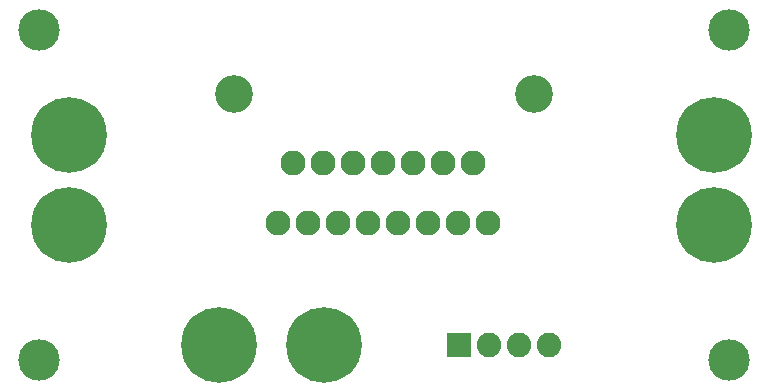
<source format=gbs>
G75*
%MOIN*%
%OFA0B0*%
%FSLAX24Y24*%
%IPPOS*%
%LPD*%
%AMOC8*
5,1,8,0,0,1.08239X$1,22.5*
%
%ADD10C,0.2520*%
%ADD11R,0.0820X0.0820*%
%ADD12C,0.0820*%
%ADD13C,0.0828*%
%ADD14C,0.1260*%
%ADD15C,0.1380*%
D10*
X007600Y002100D03*
X011100Y002100D03*
X002600Y006100D03*
X002600Y009100D03*
X024100Y009100D03*
X024100Y006100D03*
D11*
X015600Y002100D03*
D12*
X016600Y002100D03*
X017600Y002100D03*
X018600Y002100D03*
D13*
X016576Y006159D03*
X015576Y006159D03*
X014576Y006159D03*
X013576Y006159D03*
X012576Y006159D03*
X011576Y006159D03*
X010576Y006159D03*
X009576Y006159D03*
X010076Y008159D03*
X011076Y008159D03*
X012076Y008159D03*
X013076Y008159D03*
X014076Y008159D03*
X015076Y008159D03*
X016076Y008159D03*
D14*
X018100Y010450D03*
X008100Y010450D03*
D15*
X001600Y001600D03*
X001600Y012600D03*
X024600Y012600D03*
X024600Y001600D03*
M02*

</source>
